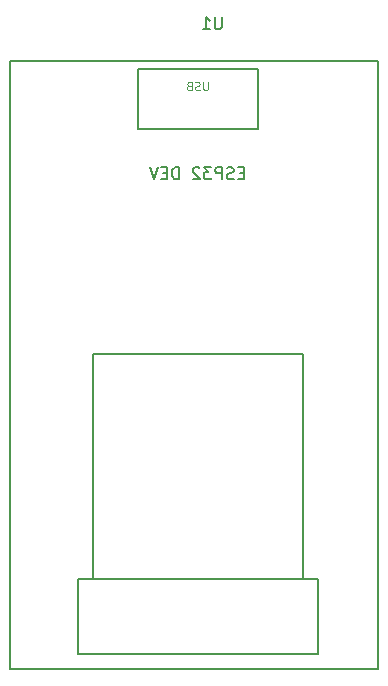
<source format=gbo>
G04 #@! TF.FileFunction,Legend,Bot*
%FSLAX46Y46*%
G04 Gerber Fmt 4.6, Leading zero omitted, Abs format (unit mm)*
G04 Created by KiCad (PCBNEW 4.0.4-stable) date 10/08/17 18:19:30*
%MOMM*%
%LPD*%
G01*
G04 APERTURE LIST*
%ADD10C,0.100000*%
%ADD11C,0.150000*%
G04 APERTURE END LIST*
D10*
D11*
X153440000Y-81565000D02*
X122325000Y-81565000D01*
X122325000Y-81565000D02*
X122325000Y-133000000D01*
X122325000Y-133000000D02*
X153440000Y-133000000D01*
X153440000Y-133000000D02*
X153440000Y-81565000D01*
X133120000Y-87280000D02*
X143280000Y-87280000D01*
X143280000Y-87280000D02*
X143280000Y-82200000D01*
X143280000Y-82200000D02*
X133120000Y-82200000D01*
X133120000Y-82200000D02*
X133120000Y-87280000D01*
X129310000Y-125380000D02*
X129310000Y-106330000D01*
X129310000Y-106330000D02*
X147090000Y-106330000D01*
X147090000Y-106330000D02*
X147090000Y-125380000D01*
X128040000Y-131730000D02*
X148360000Y-131730000D01*
X148360000Y-131730000D02*
X148360000Y-125380000D01*
X148360000Y-125380000D02*
X128040000Y-125380000D01*
X128040000Y-125380000D02*
X128040000Y-131730000D01*
X140231905Y-77842381D02*
X140231905Y-78651905D01*
X140184286Y-78747143D01*
X140136667Y-78794762D01*
X140041429Y-78842381D01*
X139850952Y-78842381D01*
X139755714Y-78794762D01*
X139708095Y-78747143D01*
X139660476Y-78651905D01*
X139660476Y-77842381D01*
X138660476Y-78842381D02*
X139231905Y-78842381D01*
X138946191Y-78842381D02*
X138946191Y-77842381D01*
X139041429Y-77985238D01*
X139136667Y-78080476D01*
X139231905Y-78128095D01*
D10*
X139083333Y-83316667D02*
X139083333Y-83883333D01*
X139050000Y-83950000D01*
X139016667Y-83983333D01*
X138950000Y-84016667D01*
X138816667Y-84016667D01*
X138750000Y-83983333D01*
X138716667Y-83950000D01*
X138683333Y-83883333D01*
X138683333Y-83316667D01*
X138383334Y-83983333D02*
X138283334Y-84016667D01*
X138116667Y-84016667D01*
X138050000Y-83983333D01*
X138016667Y-83950000D01*
X137983334Y-83883333D01*
X137983334Y-83816667D01*
X138016667Y-83750000D01*
X138050000Y-83716667D01*
X138116667Y-83683333D01*
X138250000Y-83650000D01*
X138316667Y-83616667D01*
X138350000Y-83583333D01*
X138383334Y-83516667D01*
X138383334Y-83450000D01*
X138350000Y-83383333D01*
X138316667Y-83350000D01*
X138250000Y-83316667D01*
X138083334Y-83316667D01*
X137983334Y-83350000D01*
X137450000Y-83650000D02*
X137350000Y-83683333D01*
X137316667Y-83716667D01*
X137283333Y-83783333D01*
X137283333Y-83883333D01*
X137316667Y-83950000D01*
X137350000Y-83983333D01*
X137416667Y-84016667D01*
X137683333Y-84016667D01*
X137683333Y-83316667D01*
X137450000Y-83316667D01*
X137383333Y-83350000D01*
X137350000Y-83383333D01*
X137316667Y-83450000D01*
X137316667Y-83516667D01*
X137350000Y-83583333D01*
X137383333Y-83616667D01*
X137450000Y-83650000D01*
X137683333Y-83650000D01*
D11*
X142104762Y-91018571D02*
X141771428Y-91018571D01*
X141628571Y-91542381D02*
X142104762Y-91542381D01*
X142104762Y-90542381D01*
X141628571Y-90542381D01*
X141247619Y-91494762D02*
X141104762Y-91542381D01*
X140866666Y-91542381D01*
X140771428Y-91494762D01*
X140723809Y-91447143D01*
X140676190Y-91351905D01*
X140676190Y-91256667D01*
X140723809Y-91161429D01*
X140771428Y-91113810D01*
X140866666Y-91066190D01*
X141057143Y-91018571D01*
X141152381Y-90970952D01*
X141200000Y-90923333D01*
X141247619Y-90828095D01*
X141247619Y-90732857D01*
X141200000Y-90637619D01*
X141152381Y-90590000D01*
X141057143Y-90542381D01*
X140819047Y-90542381D01*
X140676190Y-90590000D01*
X140247619Y-91542381D02*
X140247619Y-90542381D01*
X139866666Y-90542381D01*
X139771428Y-90590000D01*
X139723809Y-90637619D01*
X139676190Y-90732857D01*
X139676190Y-90875714D01*
X139723809Y-90970952D01*
X139771428Y-91018571D01*
X139866666Y-91066190D01*
X140247619Y-91066190D01*
X139342857Y-90542381D02*
X138723809Y-90542381D01*
X139057143Y-90923333D01*
X138914285Y-90923333D01*
X138819047Y-90970952D01*
X138771428Y-91018571D01*
X138723809Y-91113810D01*
X138723809Y-91351905D01*
X138771428Y-91447143D01*
X138819047Y-91494762D01*
X138914285Y-91542381D01*
X139200000Y-91542381D01*
X139295238Y-91494762D01*
X139342857Y-91447143D01*
X138342857Y-90637619D02*
X138295238Y-90590000D01*
X138200000Y-90542381D01*
X137961904Y-90542381D01*
X137866666Y-90590000D01*
X137819047Y-90637619D01*
X137771428Y-90732857D01*
X137771428Y-90828095D01*
X137819047Y-90970952D01*
X138390476Y-91542381D01*
X137771428Y-91542381D01*
X136580952Y-91542381D02*
X136580952Y-90542381D01*
X136342857Y-90542381D01*
X136199999Y-90590000D01*
X136104761Y-90685238D01*
X136057142Y-90780476D01*
X136009523Y-90970952D01*
X136009523Y-91113810D01*
X136057142Y-91304286D01*
X136104761Y-91399524D01*
X136199999Y-91494762D01*
X136342857Y-91542381D01*
X136580952Y-91542381D01*
X135580952Y-91018571D02*
X135247618Y-91018571D01*
X135104761Y-91542381D02*
X135580952Y-91542381D01*
X135580952Y-90542381D01*
X135104761Y-90542381D01*
X134819047Y-90542381D02*
X134485714Y-91542381D01*
X134152380Y-90542381D01*
M02*

</source>
